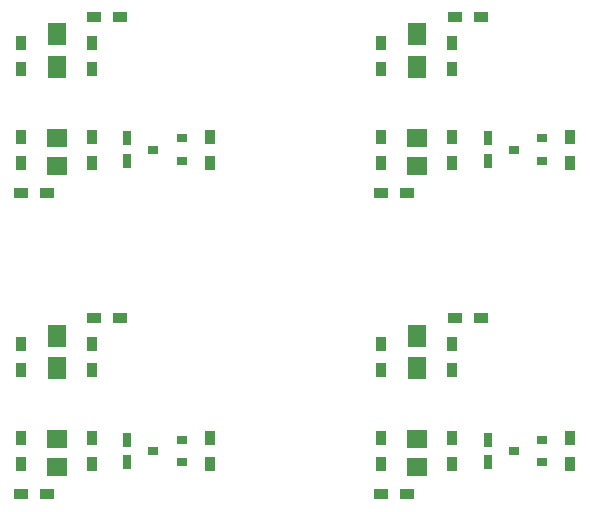
<source format=gtp>
%MOIN*%
%OFA0B0*%
%FSLAX46Y46*%
%IPPOS*%
%LPD*%
%ADD10C,0.0039370078740157488*%
%ADD11R,0.047244094488188976X0.035433070866141732*%
%ADD12R,0.035433070866141732X0.047244094488188976*%
%ADD13R,0.029527559055118113X0.047244094488188976*%
%ADD14R,0.035433070866141732X0.031496062992125991*%
%ADD15R,0.0591X0.076800000000000007*%
%ADD16R,0.0709X0.061000000000000006*%
%ADD27C,0.0039370078740157488*%
%ADD28R,0.047244094488188976X0.035433070866141732*%
%ADD29R,0.035433070866141732X0.047244094488188976*%
%ADD30R,0.029527559055118113X0.047244094488188976*%
%ADD31R,0.035433070866141732X0.031496062992125991*%
%ADD32R,0.0591X0.076800000000000007*%
%ADD33R,0.0709X0.061000000000000006*%
%ADD34C,0.0039370078740157488*%
%ADD35R,0.047244094488188976X0.035433070866141732*%
%ADD36R,0.035433070866141732X0.047244094488188976*%
%ADD37R,0.029527559055118113X0.047244094488188976*%
%ADD38R,0.035433070866141732X0.031496062992125991*%
%ADD39R,0.0591X0.076800000000000007*%
%ADD40R,0.0709X0.061000000000000006*%
%ADD41C,0.0039370078740157488*%
%ADD42R,0.047244094488188976X0.035433070866141732*%
%ADD43R,0.035433070866141732X0.047244094488188976*%
%ADD44R,0.029527559055118113X0.047244094488188976*%
%ADD45R,0.035433070866141732X0.031496062992125991*%
%ADD46R,0.0591X0.076800000000000007*%
%ADD47R,0.0709X0.061000000000000006*%
G01G01*
D10*
D11*
X-0005393700Y0004251968D02*
X0000480314Y0000133858D03*
X0000393700Y0000133858D03*
D12*
X0000393700Y0000547244D03*
X0000393700Y0000633858D03*
X0000393700Y0000322834D03*
X0000393700Y0000236220D03*
D13*
X0000748031Y0000242125D03*
X0000748031Y0000316929D03*
D14*
X0000834645Y0000279527D03*
X0000929133Y0000316929D03*
X0000929133Y0000242125D03*
D12*
X0000629921Y0000236220D03*
X0000629921Y0000322834D03*
X0001023622Y0000236220D03*
X0001023622Y0000322834D03*
X0000629921Y0000633858D03*
X0000629921Y0000547244D03*
D11*
X0000724409Y0000720472D03*
X0000637795Y0000720472D03*
D15*
X0000511965Y0000555377D03*
X0000511965Y0000663577D03*
D16*
X0000511965Y0000225539D03*
X0000511965Y0000318139D03*
G04 next file*
G04 #@! TF.FileFunction,Paste,Top*
G04 Gerber Fmt 4.6, Leading zero omitted, Abs format (unit mm)*
G04 Created by KiCad (PCBNEW 4.0.4-1.fc24-product) date Tue Aug 28 14:06:47 2018*
G01G01*
G04 APERTURE LIST*
G04 APERTURE END LIST*
D27*
D28*
X-0004192913Y0004251968D02*
X0001681102Y0000133858D03*
X0001594488Y0000133858D03*
D29*
X0001594488Y0000547244D03*
X0001594488Y0000633858D03*
X0001594488Y0000322834D03*
X0001594488Y0000236220D03*
D30*
X0001948818Y0000242125D03*
X0001948818Y0000316929D03*
D31*
X0002035433Y0000279527D03*
X0002129921Y0000316929D03*
X0002129921Y0000242125D03*
D29*
X0001830708Y0000236220D03*
X0001830708Y0000322834D03*
X0002224409Y0000236220D03*
X0002224409Y0000322834D03*
X0001830708Y0000633858D03*
X0001830708Y0000547244D03*
D28*
X0001925196Y0000720472D03*
X0001838582Y0000720472D03*
D32*
X0001712752Y0000555377D03*
X0001712752Y0000663577D03*
D33*
X0001712752Y0000225539D03*
X0001712752Y0000318139D03*
G04 next file*
G04 #@! TF.FileFunction,Paste,Top*
G04 Gerber Fmt 4.6, Leading zero omitted, Abs format (unit mm)*
G04 Created by KiCad (PCBNEW 4.0.4-1.fc24-product) date Tue Aug 28 14:06:47 2018*
G01G01*
G04 APERTURE LIST*
G04 APERTURE END LIST*
D34*
D35*
X-0005393700Y0005255905D02*
X0000480314Y0001137795D03*
X0000393700Y0001137795D03*
D36*
X0000393700Y0001551181D03*
X0000393700Y0001637795D03*
X0000393700Y0001326771D03*
X0000393700Y0001240157D03*
D37*
X0000748031Y0001246062D03*
X0000748031Y0001320866D03*
D38*
X0000834645Y0001283464D03*
X0000929133Y0001320866D03*
X0000929133Y0001246062D03*
D36*
X0000629921Y0001240157D03*
X0000629921Y0001326771D03*
X0001023622Y0001240157D03*
X0001023622Y0001326771D03*
X0000629921Y0001637795D03*
X0000629921Y0001551181D03*
D35*
X0000724409Y0001724409D03*
X0000637795Y0001724409D03*
D39*
X0000511965Y0001559314D03*
X0000511965Y0001667514D03*
D40*
X0000511965Y0001229476D03*
X0000511965Y0001322076D03*
G04 next file*
G04 #@! TF.FileFunction,Paste,Top*
G04 Gerber Fmt 4.6, Leading zero omitted, Abs format (unit mm)*
G04 Created by KiCad (PCBNEW 4.0.4-1.fc24-product) date Tue Aug 28 14:06:47 2018*
G01G01*
G04 APERTURE LIST*
G04 APERTURE END LIST*
D41*
D42*
X-0004192913Y0005255905D02*
X0001681102Y0001137795D03*
X0001594488Y0001137795D03*
D43*
X0001594488Y0001551181D03*
X0001594488Y0001637795D03*
X0001594488Y0001326771D03*
X0001594488Y0001240157D03*
D44*
X0001948818Y0001246062D03*
X0001948818Y0001320866D03*
D45*
X0002035433Y0001283464D03*
X0002129921Y0001320866D03*
X0002129921Y0001246062D03*
D43*
X0001830708Y0001240157D03*
X0001830708Y0001326771D03*
X0002224409Y0001240157D03*
X0002224409Y0001326771D03*
X0001830708Y0001637795D03*
X0001830708Y0001551181D03*
D42*
X0001925196Y0001724409D03*
X0001838582Y0001724409D03*
D46*
X0001712752Y0001559314D03*
X0001712752Y0001667514D03*
D47*
X0001712752Y0001229476D03*
X0001712752Y0001322076D03*
M02*
</source>
